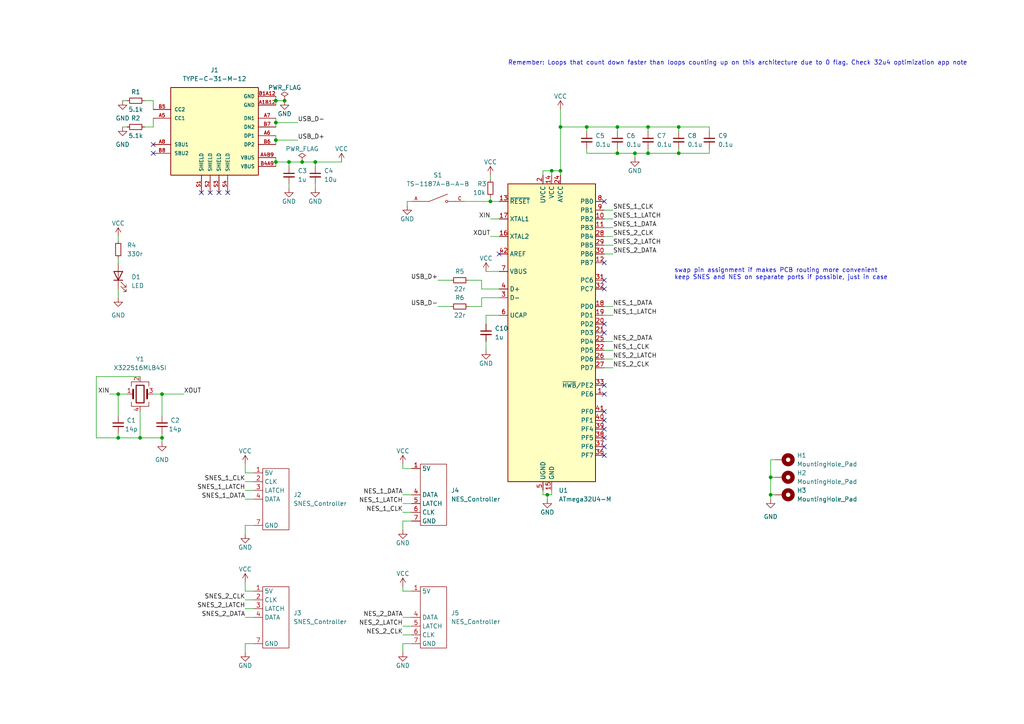
<source format=kicad_sch>
(kicad_sch (version 20211123) (generator eeschema)
  (paper "A4")
  (lib_symbols
    (symbol "Bushwhacker:SNES_Controller"
      (property "Reference" "J" (at 1.27 -12.7 0))
      (property "Value" "SNES_Controller" (at 1.27 8.89 0))
      (symbol "SNES_Controller_0_1"
        (rectangle (start 0 6.35) (end 7.62 -11.43))
      )
      (symbol "SNES_Controller_1_1"
        (pin input line (at -2.54 5.08 0) (length 2.54) (name "5V") (number "1"))
        (pin input line (at -2.54 2.54 0) (length 2.54) (name "CLK") (number "2"))
        (pin input line (at -2.54 0 0) (length 2.54) (name "LATCH") (number "3"))
        (pin input line (at -2.54 -2.54 0) (length 2.54) (name "DATA") (number "4"))
        (pin no_connect line (at -2.54 -5.08 0) (length 2.54) hide (name "NC") (number "5"))
        (pin no_connect line (at -2.54 -7.62 0) (length 2.54) hide (name "NC") (number "6"))
        (pin input line (at -2.54 -10.16 0) (length 2.54) (name "GND") (number "7"))
      )
    )
    (symbol "Device:C_Small" (pin_numbers hide) (pin_names (offset 0.254) hide)
      (property "Reference" "C" (at 0.254 1.778 0))
      (property "Value" "C_Small" (at 0.254 -2.032 0))
      (symbol "C_Small_0_1"
        (polyline (pts (xy -1.524 -0.508) (xy 1.524 -0.508)) (stroke (width 0.3302)))
        (polyline (pts (xy -1.524 0.508) (xy 1.524 0.508)) (stroke (width 0.3048)))
      )
      (symbol "C_Small_1_1"
        (pin passive line (at 0 2.54 270) (length 2.032) (name "~") (number "1"))
        (pin passive line (at 0 -2.54 90) (length 2.032) (name "~") (number "2"))
      )
    )
    (symbol "Device:Crystal_GND24" (pin_names (offset 1.016) hide)
      (property "Reference" "Y" (at 3.175 5.08 0))
      (property "Value" "Crystal_GND24" (at 3.175 3.175 0))
      (symbol "Crystal_GND24_0_1"
        (rectangle (start -1.143 2.54) (end 1.143 -2.54) (stroke (width 0.3048)))
        (polyline (pts (xy -2.54 0) (xy -2.032 0)))
        (polyline (pts (xy -2.032 -1.27) (xy -2.032 1.27)) (stroke (width 0.508)))
        (polyline (pts (xy 0 -3.81) (xy 0 -3.556)))
        (polyline (pts (xy 0 3.556) (xy 0 3.81)))
        (polyline (pts (xy 2.032 -1.27) (xy 2.032 1.27)) (stroke (width 0.508)))
        (polyline (pts (xy 2.032 0) (xy 2.54 0)))
        (polyline (pts (xy -2.54 -2.286) (xy -2.54 -3.556) (xy 2.54 -3.556) (xy 2.54 -2.286)))
        (polyline (pts (xy -2.54 2.286) (xy -2.54 3.556) (xy 2.54 3.556) (xy 2.54 2.286)))
      )
      (symbol "Crystal_GND24_1_1"
        (pin passive line (at -3.81 0 0) (length 1.27) (name "1") (number "1"))
        (pin passive line (at 0 5.08 270) (length 1.27) (name "2") (number "2"))
        (pin passive line (at 3.81 0 180) (length 1.27) (name "3") (number "3"))
        (pin passive line (at 0 -5.08 90) (length 1.27) (name "4") (number "4"))
      )
    )
    (symbol "Device:LED" (pin_numbers hide) (pin_names (offset 1.016) hide)
      (property "Reference" "D" (at 0 2.54 0))
      (property "Value" "LED" (at 0 -2.54 0))
      (symbol "LED_0_1"
        (polyline (pts (xy -1.27 -1.27) (xy -1.27 1.27)) (stroke (width 0.254)))
        (polyline (pts (xy -1.27 0) (xy 1.27 0)))
        (polyline (pts (xy 1.27 -1.27) (xy 1.27 1.27) (xy -1.27 0) (xy 1.27 -1.27)) (stroke (width 0.254)))
        (polyline (pts (xy -3.048 -0.762) (xy -4.572 -2.286) (xy -3.81 -2.286) (xy -4.572 -2.286) (xy -4.572 -1.524)))
        (polyline (pts (xy -1.778 -0.762) (xy -3.302 -2.286) (xy -2.54 -2.286) (xy -3.302 -2.286) (xy -3.302 -1.524)))
      )
      (symbol "LED_1_1"
        (pin passive line (at -3.81 0 0) (length 2.54) (name "K") (number "1"))
        (pin passive line (at 3.81 0 180) (length 2.54) (name "A") (number "2"))
      )
    )
    (symbol "Device:R_Small" (pin_numbers hide) (pin_names (offset 0.254) hide)
      (property "Reference" "R" (at 0.762 0.508 0))
      (property "Value" "R_Small" (at 0.762 -1.016 0))
      (symbol "R_Small_0_1"
        (rectangle (start -0.762 1.778) (end 0.762 -1.778) (stroke (width 0.2032)))
      )
      (symbol "R_Small_1_1"
        (pin passive line (at 0 2.54 270) (length 0.762) (name "~") (number "1"))
        (pin passive line (at 0 -2.54 90) (length 0.762) (name "~") (number "2"))
      )
    )
    (symbol "MCU_Microchip_ATmega:ATmega32U4-M"
      (property "Reference" "U" (at -12.7 44.45 0))
      (property "Value" "ATmega32U4-M" (at 2.54 -44.45 0))
      (symbol "ATmega32U4-M_0_1"
        (rectangle (start -12.7 -43.18) (end 12.7 43.18) (stroke (width 0.254)) (fill (type background)))
      )
      (symbol "ATmega32U4-M_1_1"
        (pin bidirectional line (at 15.24 -17.78 180) (length 2.54) (name "PE6") (number "1"))
        (pin bidirectional line (at 15.24 33.02 180) (length 2.54) (name "PB2") (number "10"))
        (pin bidirectional line (at 15.24 30.48 180) (length 2.54) (name "PB3") (number "11"))
        (pin bidirectional line (at 15.24 20.32 180) (length 2.54) (name "PB7") (number "12"))
        (pin input line (at -15.24 38.1 0) (length 2.54) (name "~{RESET}") (number "13"))
        (pin power_in line (at 0 45.72 270) (length 2.54) (name "VCC") (number "14"))
        (pin power_in line (at 0 -45.72 90) (length 2.54) (name "GND") (number "15"))
        (pin output line (at -15.24 27.94 0) (length 2.54) (name "XTAL2") (number "16"))
        (pin input line (at -15.24 33.02 0) (length 2.54) (name "XTAL1") (number "17"))
        (pin bidirectional line (at 15.24 7.62 180) (length 2.54) (name "PD0") (number "18"))
        (pin bidirectional line (at 15.24 5.08 180) (length 2.54) (name "PD1") (number "19"))
        (pin power_in line (at -2.54 45.72 270) (length 2.54) (name "UVCC") (number "2"))
        (pin bidirectional line (at 15.24 2.54 180) (length 2.54) (name "PD2") (number "20"))
        (pin bidirectional line (at 15.24 0 180) (length 2.54) (name "PD3") (number "21"))
        (pin bidirectional line (at 15.24 -5.08 180) (length 2.54) (name "PD5") (number "22"))
        (pin passive line (at 0 -45.72 90) (length 2.54) hide (name "GND") (number "23"))
        (pin power_in line (at 2.54 45.72 270) (length 2.54) (name "AVCC") (number "24"))
        (pin bidirectional line (at 15.24 -2.54 180) (length 2.54) (name "PD4") (number "25"))
        (pin bidirectional line (at 15.24 -7.62 180) (length 2.54) (name "PD6") (number "26"))
        (pin bidirectional line (at 15.24 -10.16 180) (length 2.54) (name "PD7") (number "27"))
        (pin bidirectional line (at 15.24 27.94 180) (length 2.54) (name "PB4") (number "28"))
        (pin bidirectional line (at 15.24 25.4 180) (length 2.54) (name "PB5") (number "29"))
        (pin bidirectional line (at -15.24 10.16 0) (length 2.54) (name "D-") (number "3"))
        (pin bidirectional line (at 15.24 22.86 180) (length 2.54) (name "PB6") (number "30"))
        (pin bidirectional line (at 15.24 15.24 180) (length 2.54) (name "PC6") (number "31"))
        (pin bidirectional line (at 15.24 12.7 180) (length 2.54) (name "PC7") (number "32"))
        (pin bidirectional line (at 15.24 -15.24 180) (length 2.54) (name "~{HWB}/PE2") (number "33"))
        (pin passive line (at 0 45.72 270) (length 2.54) hide (name "VCC") (number "34"))
        (pin passive line (at 0 -45.72 90) (length 2.54) hide (name "GND") (number "35"))
        (pin bidirectional line (at 15.24 -35.56 180) (length 2.54) (name "PF7") (number "36"))
        (pin bidirectional line (at 15.24 -33.02 180) (length 2.54) (name "PF6") (number "37"))
        (pin bidirectional line (at 15.24 -30.48 180) (length 2.54) (name "PF5") (number "38"))
        (pin bidirectional line (at 15.24 -27.94 180) (length 2.54) (name "PF4") (number "39"))
        (pin bidirectional line (at -15.24 12.7 0) (length 2.54) (name "D+") (number "4"))
        (pin bidirectional line (at 15.24 -25.4 180) (length 2.54) (name "PF1") (number "40"))
        (pin bidirectional line (at 15.24 -22.86 180) (length 2.54) (name "PF0") (number "41"))
        (pin passive line (at -15.24 22.86 0) (length 2.54) (name "AREF") (number "42"))
        (pin passive line (at 0 -45.72 90) (length 2.54) hide (name "GND") (number "43"))
        (pin passive line (at 2.54 45.72 270) (length 2.54) hide (name "AVCC") (number "44"))
        (pin passive line (at 0 -45.72 90) (length 2.54) hide (name "GND") (number "45"))
        (pin passive line (at -2.54 -45.72 90) (length 2.54) (name "UGND") (number "5"))
        (pin passive line (at -15.24 5.08 0) (length 2.54) (name "UCAP") (number "6"))
        (pin input line (at -15.24 17.78 0) (length 2.54) (name "VBUS") (number "7"))
        (pin bidirectional line (at 15.24 38.1 180) (length 2.54) (name "PB0") (number "8"))
        (pin bidirectional line (at 15.24 35.56 180) (length 2.54) (name "PB1") (number "9"))
      )
    )
    (symbol "Mechanical:MountingHole_Pad" (pin_numbers hide) (pin_names (offset 1.016) hide)
      (property "Reference" "H" (at 0 6.35 0))
      (property "Value" "MountingHole_Pad" (at 0 4.445 0))
      (symbol "MountingHole_Pad_0_1"
        (circle (center 0 1.27) (radius 1.27) (stroke (width 1.27)))
      )
      (symbol "MountingHole_Pad_1_1"
        (pin input line (at 0 -2.54 90) (length 2.54) (name "1") (number "1"))
      )
    )
    (symbol "NES_Controller_1"
      (property "Reference" "J" (at 0 -12.7 0))
      (property "Value" "NES_Controller_1" (at 0 8.89 0))
      (symbol "NES_Controller_1_0_1"
        (rectangle (start -1.27 6.35) (end 6.35 -11.43))
      )
      (symbol "NES_Controller_1_1_1"
        (pin power_in line (at -3.81 5.08 0) (length 2.54) (name "5V") (number "1"))
        (pin no_connect line (at -3.81 2.54 0) (length 2.54) hide (name "NC") (number "2"))
        (pin no_connect line (at -3.81 0 0) (length 2.54) hide (name "NC") (number "3"))
        (pin input line (at -3.81 -2.54 0) (length 2.54) (name "DATA") (number "4"))
        (pin input line (at -3.81 -5.08 0) (length 2.54) (name "LATCH") (number "5"))
        (pin input line (at -3.81 -7.62 0) (length 2.54) (name "CLK") (number "6"))
        (pin power_in line (at -3.81 -10.16 0) (length 2.54) (name "GND") (number "7"))
      )
    )
    (symbol "TS-1187A-B-A-B:TS-1187A-B-A-B" (pin_names (offset 1.016) hide)
      (property "Reference" "S" (at -2.54 2.54 0))
      (property "Value" "TS-1187A-B-A-B" (at -2.54 -2.54 0))
      (symbol "TS-1187A-B-A-B_0_0"
        (polyline (pts (xy -2.54 0) (xy -5.08 0)) (stroke (width 0.1524)))
        (polyline (pts (xy -2.54 0) (xy 2.794 2.1336)) (stroke (width 0.1524)))
        (polyline (pts (xy 5.08 0) (xy 2.921 0)) (stroke (width 0.1524)))
        (circle (center 2.54 0) (radius 0.3302) (stroke (width 0.1524)))
        (pin passive line (at -7.62 0 0) (length 2.54) (name "~") (number "A"))
        (pin passive line (at -7.62 0 0) (length 2.54) hide (name "~") (number "B"))
        (pin passive line (at 7.62 0 180) (length 2.54) (name "~") (number "C"))
        (pin passive line (at 7.62 0 180) (length 2.54) hide (name "~") (number "D"))
      )
    )
    (symbol "TYPE-C-31-M-12:TYPE-C-31-M-12" (pin_names (offset 1.016))
      (property "Reference" "J" (at -12.7 12.7 0))
      (property "Value" "TYPE-C-31-M-12" (at -8.89 12.7 0))
      (symbol "TYPE-C-31-M-12_0_0"
        (rectangle (start -12.7 -12.7) (end 12.7 12.7) (stroke (width 0.254)) (fill (type background)))
        (pin power_in line (at 17.78 7.62 180) (length 5.08) (name "GND") (number "A1B12"))
        (pin power_in line (at 17.78 -7.62 180) (length 5.08) (name "VBUS") (number "A4B9"))
        (pin bidirectional line (at -17.78 3.81 0) (length 5.08) (name "CC1") (number "A5"))
        (pin bidirectional line (at 17.78 -1.27 180) (length 5.08) (name "DP1") (number "A6"))
        (pin bidirectional line (at 17.78 3.81 180) (length 5.08) (name "DN1") (number "A7"))
        (pin bidirectional line (at -17.78 -3.81 0) (length 5.08) (name "SBU1") (number "A8"))
        (pin power_in line (at 17.78 10.16 180) (length 5.08) (name "GND") (number "B1A12"))
        (pin power_in line (at 17.78 -10.16 180) (length 5.08) (name "VBUS") (number "B4A9"))
        (pin bidirectional line (at -17.78 6.35 0) (length 5.08) (name "CC2") (number "B5"))
        (pin bidirectional line (at 17.78 -3.81 180) (length 5.08) (name "DP2") (number "B6"))
        (pin bidirectional line (at 17.78 1.27 180) (length 5.08) (name "DN2") (number "B7"))
        (pin bidirectional line (at -17.78 -6.35 0) (length 5.08) (name "SBU2") (number "B8"))
        (pin passive line (at -3.81 -17.78 90) (length 5.08) (name "SHIELD") (number "S1"))
        (pin passive line (at -1.27 -17.78 90) (length 5.08) (name "SHIELD") (number "S2"))
        (pin passive line (at 1.27 -17.78 90) (length 5.08) (name "SHIELD") (number "S3"))
        (pin passive line (at 3.81 -17.78 90) (length 5.08) (name "SHIELD") (number "S4"))
      )
    )
    (symbol "power:GND" (power) (pin_names (offset 0))
      (property "Value" "GND" (at 0 -3.81 0))
      (symbol "GND_0_1"
        (polyline (pts (xy 0 0) (xy 0 -1.27) (xy 1.27 -1.27) (xy 0 -2.54) (xy -1.27 -1.27) (xy 0 -1.27)))
      )
      (symbol "GND_1_1"
        (pin power_in line (at 0 0 270) (length 0) hide (name "GND") (number "1"))
      )
    )
    (symbol "power:PWR_FLAG" (power) (pin_numbers hide) (pin_names (offset 0) hide)
      (property "Value" "PWR_FLAG" (at 0 3.81 0))
      (symbol "PWR_FLAG_0_0"
        (pin power_out line (at 0 0 90) (length 0) (name "pwr") (number "1"))
      )
      (symbol "PWR_FLAG_0_1"
        (polyline (pts (xy 0 0) (xy 0 1.27) (xy -1.016 1.905) (xy 0 2.54) (xy 1.016 1.905) (xy 0 1.27)))
      )
    )
    (symbol "power:VCC" (power) (pin_names (offset 0))
      (property "Value" "VCC" (at 0 3.81 0))
      (symbol "VCC_0_1"
        (polyline (pts (xy -0.762 1.27) (xy 0 2.54)))
        (polyline (pts (xy 0 0) (xy 0 2.54)))
        (polyline (pts (xy 0 2.54) (xy 0.762 1.27)))
      )
      (symbol "VCC_1_1"
        (pin power_in line (at 0 0 90) (length 0) hide (name "VCC") (number "1"))
      )
    )
  )
  (junction (at 142.24 58.42))
  (junction (at 82.55 29.21))
  (junction (at 187.96 44.45))
  (junction (at 223.52 138.43))
  (junction (at 160.02 49.53))
  (junction (at 223.52 143.51))
  (junction (at 162.56 49.53))
  (junction (at 91.44 46.99))
  (junction (at 80.01 35.56))
  (junction (at 162.56 36.83))
  (junction (at 184.15 44.45))
  (junction (at 80.01 46.99))
  (junction (at 187.96 36.83))
  (junction (at 196.85 44.45))
  (junction (at 179.07 36.83))
  (junction (at 34.29 114.3))
  (junction (at 170.18 36.83))
  (junction (at 80.01 29.21))
  (junction (at 46.99 114.3))
  (junction (at 34.29 127))
  (junction (at 80.01 40.64))
  (junction (at 40.64 127))
  (junction (at 179.07 44.45))
  (junction (at 83.82 46.99))
  (junction (at 46.99 127))
  (junction (at 87.63 46.99))
  (junction (at 196.85 36.83))
  (junction (at 158.75 143.51))
  (no_connect (at 175.26 121.92))
  (no_connect (at 175.26 58.42))
  (no_connect (at 175.26 81.28))
  (no_connect (at 66.04 55.88))
  (no_connect (at 175.26 83.82))
  (no_connect (at 58.42 55.88))
  (no_connect (at 175.26 124.46))
  (no_connect (at 44.45 41.91))
  (no_connect (at 44.45 44.45))
  (no_connect (at 63.5 55.88))
  (no_connect (at 175.26 111.76))
  (no_connect (at 175.26 93.98))
  (no_connect (at 175.26 127))
  (no_connect (at 175.26 114.3))
  (no_connect (at 175.26 132.08))
  (no_connect (at 60.96 55.88))
  (no_connect (at 175.26 119.38))
  (no_connect (at 144.78 73.66))
  (no_connect (at 175.26 96.52))
  (no_connect (at 175.26 76.2))
  (no_connect (at 175.26 129.54))
  (wire (pts (xy 91.44 46.99) (xy 91.44 48.26)))
  (wire (pts (xy 116.84 171.45) (xy 119.38 171.45)))
  (wire (pts (xy 40.64 119.38) (xy 40.64 127)))
  (wire (pts (xy 34.29 114.3) (xy 34.29 120.65)))
  (wire (pts (xy 46.99 127) (xy 46.99 128.27)))
  (wire (pts (xy 34.29 74.93) (xy 34.29 76.2)))
  (wire (pts (xy 46.99 114.3) (xy 46.99 120.65)))
  (wire (pts (xy 179.07 36.83) (xy 187.96 36.83)))
  (wire (pts (xy 170.18 43.18) (xy 170.18 44.45)))
  (wire (pts (xy 175.26 99.06) (xy 177.8 99.06)))
  (wire (pts (xy 170.18 38.1) (xy 170.18 36.83)))
  (wire (pts (xy 71.12 152.4) (xy 71.12 154.94)))
  (wire (pts (xy 170.18 36.83) (xy 179.07 36.83)))
  (wire (pts (xy 142.24 50.8) (xy 142.24 52.07)))
  (wire (pts (xy 35.56 36.83) (xy 36.83 36.83)))
  (wire (pts (xy 40.64 109.22) (xy 27.94 109.22)))
  (wire (pts (xy 175.26 68.58) (xy 177.8 68.58)))
  (wire (pts (xy 223.52 133.35) (xy 223.52 138.43)))
  (wire (pts (xy 71.12 134.62) (xy 71.12 137.16)))
  (wire (pts (xy 175.26 101.6) (xy 177.8 101.6)))
  (wire (pts (xy 116.84 146.05) (xy 119.38 146.05)))
  (wire (pts (xy 223.52 143.51) (xy 224.79 143.51)))
  (wire (pts (xy 184.15 44.45) (xy 184.15 45.72)))
  (wire (pts (xy 140.97 93.98) (xy 140.97 91.44)))
  (wire (pts (xy 34.29 127) (xy 40.64 127)))
  (wire (pts (xy 34.29 83.82) (xy 34.29 86.36)))
  (wire (pts (xy 179.07 44.45) (xy 184.15 44.45)))
  (wire (pts (xy 80.01 40.64) (xy 86.36 40.64)))
  (wire (pts (xy 175.26 91.44) (xy 177.8 91.44)))
  (wire (pts (xy 118.11 58.42) (xy 119.38 58.42)))
  (wire (pts (xy 116.84 135.89) (xy 119.38 135.89)))
  (wire (pts (xy 73.66 152.4) (xy 71.12 152.4)))
  (wire (pts (xy 187.96 44.45) (xy 187.96 43.18)))
  (wire (pts (xy 116.84 151.13) (xy 119.38 151.13)))
  (wire (pts (xy 80.01 27.94) (xy 80.01 29.21)))
  (wire (pts (xy 73.66 186.69) (xy 71.12 186.69)))
  (wire (pts (xy 157.48 143.51) (xy 158.75 143.51)))
  (wire (pts (xy 127 88.9) (xy 130.81 88.9)))
  (wire (pts (xy 187.96 44.45) (xy 196.85 44.45)))
  (wire (pts (xy 162.56 31.75) (xy 162.56 36.83)))
  (wire (pts (xy 162.56 49.53) (xy 162.56 50.8)))
  (wire (pts (xy 71.12 186.69) (xy 71.12 189.23)))
  (wire (pts (xy 83.82 46.99) (xy 87.63 46.99)))
  (wire (pts (xy 140.97 91.44) (xy 144.78 91.44)))
  (wire (pts (xy 46.99 125.73) (xy 46.99 127)))
  (wire (pts (xy 160.02 49.53) (xy 157.48 49.53)))
  (wire (pts (xy 34.29 68.58) (xy 34.29 69.85)))
  (wire (pts (xy 71.12 176.53) (xy 73.66 176.53)))
  (wire (pts (xy 44.45 36.83) (xy 41.91 36.83)))
  (wire (pts (xy 175.26 60.96) (xy 177.8 60.96)))
  (wire (pts (xy 205.74 44.45) (xy 205.74 43.18)))
  (wire (pts (xy 196.85 43.18) (xy 196.85 44.45)))
  (wire (pts (xy 175.26 66.04) (xy 177.8 66.04)))
  (wire (pts (xy 71.12 173.99) (xy 73.66 173.99)))
  (wire (pts (xy 80.01 35.56) (xy 86.36 35.56)))
  (wire (pts (xy 196.85 36.83) (xy 205.74 36.83)))
  (wire (pts (xy 80.01 45.72) (xy 80.01 46.99)))
  (wire (pts (xy 80.01 34.29) (xy 80.01 35.56)))
  (wire (pts (xy 116.84 179.07) (xy 119.38 179.07)))
  (wire (pts (xy 179.07 38.1) (xy 179.07 36.83)))
  (wire (pts (xy 140.97 99.06) (xy 140.97 101.6)))
  (wire (pts (xy 80.01 35.56) (xy 80.01 36.83)))
  (wire (pts (xy 27.94 127) (xy 34.29 127)))
  (wire (pts (xy 140.97 78.74) (xy 144.78 78.74)))
  (wire (pts (xy 135.89 88.9) (xy 139.7 88.9)))
  (wire (pts (xy 142.24 63.5) (xy 144.78 63.5)))
  (wire (pts (xy 83.82 46.99) (xy 83.82 48.26)))
  (wire (pts (xy 184.15 44.45) (xy 187.96 44.45)))
  (wire (pts (xy 71.12 139.7) (xy 73.66 139.7)))
  (wire (pts (xy 162.56 36.83) (xy 170.18 36.83)))
  (wire (pts (xy 139.7 81.28) (xy 139.7 83.82)))
  (wire (pts (xy 139.7 81.28) (xy 135.89 81.28)))
  (wire (pts (xy 160.02 143.51) (xy 160.02 142.24)))
  (wire (pts (xy 35.56 29.21) (xy 36.83 29.21)))
  (wire (pts (xy 142.24 68.58) (xy 144.78 68.58)))
  (wire (pts (xy 116.84 170.18) (xy 116.84 171.45)))
  (wire (pts (xy 157.48 142.24) (xy 157.48 143.51)))
  (wire (pts (xy 80.01 46.99) (xy 83.82 46.99)))
  (wire (pts (xy 175.26 88.9) (xy 177.8 88.9)))
  (wire (pts (xy 134.62 58.42) (xy 142.24 58.42)))
  (wire (pts (xy 71.12 142.24) (xy 73.66 142.24)))
  (wire (pts (xy 127 81.28) (xy 130.81 81.28)))
  (wire (pts (xy 34.29 125.73) (xy 34.29 127)))
  (wire (pts (xy 116.84 186.69) (xy 116.84 189.23)))
  (wire (pts (xy 118.11 59.69) (xy 118.11 58.42)))
  (wire (pts (xy 175.26 106.68) (xy 177.8 106.68)))
  (wire (pts (xy 116.84 181.61) (xy 119.38 181.61)))
  (wire (pts (xy 116.84 148.59) (xy 119.38 148.59)))
  (wire (pts (xy 80.01 29.21) (xy 82.55 29.21)))
  (wire (pts (xy 34.29 114.3) (xy 36.83 114.3)))
  (wire (pts (xy 87.63 46.99) (xy 91.44 46.99)))
  (wire (pts (xy 223.52 138.43) (xy 224.79 138.43)))
  (wire (pts (xy 71.12 168.91) (xy 71.12 171.45)))
  (wire (pts (xy 223.52 138.43) (xy 223.52 143.51)))
  (wire (pts (xy 44.45 34.29) (xy 44.45 36.83)))
  (wire (pts (xy 71.12 179.07) (xy 73.66 179.07)))
  (wire (pts (xy 196.85 36.83) (xy 196.85 38.1)))
  (wire (pts (xy 139.7 83.82) (xy 144.78 83.82)))
  (wire (pts (xy 46.99 114.3) (xy 53.34 114.3)))
  (wire (pts (xy 162.56 36.83) (xy 162.56 49.53)))
  (wire (pts (xy 160.02 49.53) (xy 160.02 50.8)))
  (wire (pts (xy 175.26 73.66) (xy 177.8 73.66)))
  (wire (pts (xy 157.48 49.53) (xy 157.48 50.8)))
  (wire (pts (xy 116.84 184.15) (xy 119.38 184.15)))
  (wire (pts (xy 170.18 44.45) (xy 179.07 44.45)))
  (wire (pts (xy 205.74 36.83) (xy 205.74 38.1)))
  (wire (pts (xy 139.7 86.36) (xy 144.78 86.36)))
  (wire (pts (xy 179.07 43.18) (xy 179.07 44.45)))
  (wire (pts (xy 80.01 29.21) (xy 80.01 30.48)))
  (wire (pts (xy 80.01 46.99) (xy 80.01 48.26)))
  (wire (pts (xy 187.96 36.83) (xy 196.85 36.83)))
  (wire (pts (xy 44.45 114.3) (xy 46.99 114.3)))
  (wire (pts (xy 187.96 36.83) (xy 187.96 38.1)))
  (wire (pts (xy 80.01 39.37) (xy 80.01 40.64)))
  (wire (pts (xy 142.24 57.15) (xy 142.24 58.42)))
  (wire (pts (xy 116.84 186.69) (xy 119.38 186.69)))
  (wire (pts (xy 116.84 151.13) (xy 116.84 153.67)))
  (wire (pts (xy 91.44 53.34) (xy 91.44 54.61)))
  (wire (pts (xy 40.64 127) (xy 46.99 127)))
  (wire (pts (xy 196.85 44.45) (xy 205.74 44.45)))
  (wire (pts (xy 142.24 58.42) (xy 144.78 58.42)))
  (wire (pts (xy 162.56 49.53) (xy 160.02 49.53)))
  (wire (pts (xy 158.75 143.51) (xy 158.75 144.78)))
  (wire (pts (xy 44.45 29.21) (xy 44.45 31.75)))
  (wire (pts (xy 175.26 104.14) (xy 177.8 104.14)))
  (wire (pts (xy 41.91 29.21) (xy 44.45 29.21)))
  (wire (pts (xy 71.12 171.45) (xy 73.66 171.45)))
  (wire (pts (xy 91.44 46.99) (xy 99.06 46.99)))
  (wire (pts (xy 71.12 144.78) (xy 73.66 144.78)))
  (wire (pts (xy 158.75 143.51) (xy 160.02 143.51)))
  (wire (pts (xy 116.84 143.51) (xy 119.38 143.51)))
  (wire (pts (xy 80.01 40.64) (xy 80.01 41.91)))
  (wire (pts (xy 175.26 71.12) (xy 177.8 71.12)))
  (wire (pts (xy 223.52 143.51) (xy 223.52 144.78)))
  (wire (pts (xy 27.94 109.22) (xy 27.94 127)))
  (wire (pts (xy 139.7 88.9) (xy 139.7 86.36)))
  (wire (pts (xy 71.12 137.16) (xy 73.66 137.16)))
  (wire (pts (xy 116.84 134.62) (xy 116.84 135.89)))
  (wire (pts (xy 175.26 63.5) (xy 177.8 63.5)))
  (wire (pts (xy 224.79 133.35) (xy 223.52 133.35)))
  (wire (pts (xy 31.75 114.3) (xy 34.29 114.3)))
  (wire (pts (xy 83.82 53.34) (xy 83.82 54.61)))
  (text "Remember: Loops that count down faster than loops counting up on this architecture due to 0 flag. Check 32u4 optimization app note" (at 147.32 19.05 0) (effects (font (size 1.27 1.27)) (justify left bottom)))
  (text "swap pin assignment if makes PCB routing more convenient\nkeep SNES and NES on separate ports if possible, just in case" (at 195.58 81.28 0) (effects (font (size 1.27 1.27)) (justify left bottom)))
  (label "SNES_2_LATCH" (at 177.8 71.12 0))
  (label "NES_2_LATCH" (at 116.84 181.61 180))
  (label "XIN" (at 31.75 114.3 180))
  (label "XOUT" (at 53.34 114.3 0))
  (label "USB_D+" (at 127 81.28 180))
  (label "NES_1_CLK" (at 116.84 148.59 180))
  (label "SNES_2_LATCH" (at 71.12 176.53 180))
  (label "NES_1_LATCH" (at 116.84 146.05 180))
  (label "XIN" (at 142.24 63.5 180))
  (label "NES_1_DATA" (at 116.84 143.51 180))
  (label "SNES_1_CLK" (at 71.12 139.7 180))
  (label "SNES_2_CLK" (at 71.12 173.99 180))
  (label "SNES_2_DATA" (at 177.8 73.66 0))
  (label "NES_1_DATA" (at 177.8 88.9 0))
  (label "SNES_1_LATCH" (at 177.8 63.5 0))
  (label "SNES_1_DATA" (at 177.8 66.04 0))
  (label "NES_1_CLK" (at 177.8 101.6 0))
  (label "NES_2_DATA" (at 116.84 179.07 180))
  (label "SNES_1_CLK" (at 177.8 60.96 0))
  (label "USB_D-" (at 86.36 35.56 0))
  (label "USB_D-" (at 127 88.9 180))
  (label "SNES_1_LATCH" (at 71.12 142.24 180))
  (label "SNES_1_DATA" (at 71.12 144.78 180))
  (label "NES_1_LATCH" (at 177.8 91.44 0))
  (label "USB_D+" (at 86.36 40.64 0))
  (label "XOUT" (at 142.24 68.58 180))
  (label "NES_2_CLK" (at 116.84 184.15 180))
  (label "NES_2_LATCH" (at 177.8 104.14 0))
  (label "SNES_2_CLK" (at 177.8 68.58 0))
  (label "NES_2_CLK" (at 177.8 106.68 0))
  (label "SNES_2_DATA" (at 71.12 179.07 180))
  (label "NES_2_DATA" (at 177.8 99.06 0))
  (symbol (lib_id "power:VCC") (at 116.84 134.62 0) (unit 1)
    (property "Reference" "#PWR0116" (effects hide))
    (property "Value" "VCC" (at 116.84 130.81 0))
  )
  (symbol (lib_id "power:GND") (at 140.97 101.6 0) (unit 1)
    (property "Reference" "#PWR0110" (effects hide))
    (property "Value" "GND" (at 140.97 105.41 0))
  )
  (symbol (lib_id "Device:R_Small") (at 142.24 54.61 0) (unit 1)
    (property "Reference" "R3" (at 138.43 53.34 0) (effects (justify left)))
    (property "Value" "10k" (at 137.16 55.88 0) (effects (justify left)))
    (property "Footprint" "Resistor_SMD:R_0402_1005Metric" (effects hide))
  )
  (symbol (lib_id "power:GND") (at 118.11 59.69 0) (unit 1)
    (property "Reference" "#PWR02" (effects hide))
    (property "Value" "GND" (at 118.11 63.5 0))
  )
  (symbol (lib_id "power:GND") (at 82.55 29.21 0) (unit 1)
    (property "Reference" "#PWR0101" (effects hide))
    (property "Value" "GND" (at 82.55 33.02 0))
  )
  (symbol (lib_id "power:VCC") (at 71.12 134.62 0) (unit 1)
    (property "Reference" "#PWR0114" (effects hide))
    (property "Value" "VCC" (at 71.12 130.81 0))
  )
  (symbol (lib_id "Device:R_Small") (at 39.37 29.21 90) (unit 1)
    (property "Reference" "R1" (at 39.37 26.67 90))
    (property "Value" "5.1k" (at 39.37 31.75 90))
    (property "Footprint" "Resistor_SMD:R_0402_1005Metric" (effects hide))
  )
  (symbol (lib_id "power:VCC") (at 34.29 68.58 0) (unit 1)
    (property "Reference" "#PWR0105" (effects hide))
    (property "Value" "VCC" (at 34.29 64.77 0))
  )
  (symbol (lib_id "Device:R_Small") (at 133.35 88.9 90) (unit 1)
    (property "Reference" "R6" (at 133.35 86.36 90))
    (property "Value" "22r" (at 133.35 91.44 90))
    (property "Footprint" "Resistor_SMD:R_0402_1005Metric" (effects hide))
  )
  (symbol (lib_id "Bushwhacker:SNES_Controller") (at 76.2 176.53 0) (unit 1)
    (property "Reference" "J3" (at 85.09 177.7999 0) (effects (justify left)))
    (property "Value" "SNES_Controller" (at 85.09 180.3399 0) (effects (justify left)))
    (property "Footprint" "local_footprints:GAMING_SNES" (effects hide))
  )
  (symbol (lib_id "power:VCC") (at 116.84 170.18 0) (unit 1)
    (property "Reference" "#PWR0117" (effects hide))
    (property "Value" "VCC" (at 116.84 166.37 0))
  )
  (symbol (lib_id "power:GND") (at 34.29 86.36 0) (unit 1)
    (property "Reference" "#PWR0104" (effects hide))
    (property "Value" "GND" (at 34.29 91.44 0))
  )
  (symbol (lib_id "power:GND") (at 35.56 36.83 0) (unit 1)
    (property "Reference" "#PWR0103" (effects hide))
    (property "Value" "GND" (at 35.56 41.91 0))
  )
  (symbol (lib_id "power:PWR_FLAG") (at 82.55 29.21 0) (unit 1)
    (property "Reference" "#FLG0101" (effects hide))
    (property "Value" "PWR_FLAG" (at 82.55 25.4 0))
  )
  (symbol (lib_id "power:VCC") (at 162.56 31.75 0) (unit 1)
    (property "Reference" "#PWR0108" (effects hide))
    (property "Value" "VCC" (at 162.56 27.94 0))
  )
  (symbol (lib_id "TS-1187A-B-A-B:TS-1187A-B-A-B") (at 127 58.42 0) (unit 1)
    (property "Reference" "S1" (at 127 50.8 0))
    (property "Value" "TS-1187A-B-A-B" (at 127 53.34 0))
    (property "Footprint" "footprints:SW_TS-1187A-B-A-B" (effects hide))
    (property "PARTREV" "A0" (effects hide))
    (property "STANDARD" "Manufacturer Recommendations" (effects hide))
    (property "MAXIMUM_PACKAGE_HEIGHT" "1.5mm" (effects hide))
    (property "MANUFACTURER" "XKB Industrial Precision" (effects hide))
  )
  (symbol (lib_id "Device:R_Small") (at 133.35 81.28 90) (unit 1)
    (property "Reference" "R5" (at 133.35 78.74 90))
    (property "Value" "22r" (at 133.35 83.82 90))
    (property "Footprint" "Resistor_SMD:R_0402_1005Metric" (effects hide))
  )
  (symbol (lib_name "NES_Controller_1") (lib_id "Bushwhacker:NES_Controller") (at 123.19 176.53 0) (unit 1)
    (property "Reference" "J5" (at 130.81 177.7999 0) (effects (justify left)))
    (property "Value" "NES_Controller" (at 130.81 180.3399 0) (effects (justify left)))
    (property "Footprint" "local_footprints:NES controller port" (effects hide))
  )
  (symbol (lib_id "power:VCC") (at 140.97 78.74 0) (unit 1)
    (property "Reference" "#PWR0122" (effects hide))
    (property "Value" "VCC" (at 140.97 74.93 0))
  )
  (symbol (lib_id "Device:LED") (at 34.29 80.01 90) (unit 1)
    (property "Reference" "D1" (at 38.1 80.3274 90) (effects (justify right)))
    (property "Value" "LED" (at 38.1 82.8674 90) (effects (justify right)))
    (property "Footprint" "LED_SMD:LED_0603_1608Metric" (effects hide))
  )
  (symbol (lib_name "NES_Controller_1") (lib_id "Bushwhacker:NES_Controller") (at 123.19 140.97 0) (unit 1)
    (property "Reference" "J4" (at 130.81 142.2399 0) (effects (justify left)))
    (property "Value" "NES_Controller" (at 130.81 144.7799 0) (effects (justify left)))
    (property "Footprint" "local_footprints:NES controller port" (effects hide))
  )
  (symbol (lib_id "Device:C_Small") (at 179.07 40.64 0) (unit 1)
    (property "Reference" "C6" (at 181.61 39.3762 0) (effects (justify left)))
    (property "Value" "0.1u" (at 181.61 41.9162 0) (effects (justify left)))
    (property "Footprint" "Capacitor_SMD:C_0402_1005Metric" (effects hide))
  )
  (symbol (lib_id "Mechanical:MountingHole_Pad") (at 227.33 143.51 270) (unit 1)
    (property "Reference" "H3" (at 231.14 142.2399 90) (effects (justify left)))
    (property "Value" "MountingHole_Pad" (at 231.14 144.7799 90) (effects (justify left)))
    (property "Footprint" "MountingHole:MountingHole_3.2mm_M3_DIN965_Pad" (effects hide))
  )
  (symbol (lib_id "TYPE-C-31-M-12:TYPE-C-31-M-12") (at 62.23 38.1 0) (unit 1)
    (property "Reference" "J1" (at 62.23 20.32 0))
    (property "Value" "TYPE-C-31-M-12" (at 62.23 22.86 0))
    (property "Footprint" "footprints:HRO_TYPE-C-31-M-12" (effects hide))
    (property "MANUFACTURER" "HRO Electronics" (effects hide))
    (property "MAXIMUM_PACKAGE_HEIGHT" "3.31mm" (effects hide))
    (property "STANDARD" "Manufacturer Recommendations" (effects hide))
    (property "PARTREV" "A" (effects hide))
  )
  (symbol (lib_id "Device:C_Small") (at 187.96 40.64 0) (unit 1)
    (property "Reference" "C7" (at 190.5 39.3762 0) (effects (justify left)))
    (property "Value" "0.1u" (at 190.5 41.9162 0) (effects (justify left)))
    (property "Footprint" "Capacitor_SMD:C_0402_1005Metric" (effects hide))
  )
  (symbol (lib_id "MCU_Microchip_ATmega:ATmega32U4-M") (at 160.02 96.52 0) (unit 1)
    (property "Reference" "U1" (at 162.0394 142.24 0) (effects (justify left)))
    (property "Value" "ATmega32U4-M" (at 162.0394 144.78 0) (effects (justify left)))
    (property "Footprint" "Package_DFN_QFN:QFN-44-1EP_7x7mm_P0.5mm_EP5.2x5.2mm" (effects hide))
    (property "Datasheet" "http://ww1.microchip.com/downloads/en/DeviceDoc/Atmel-7766-8-bit-AVR-ATmega16U4-32U4_Datasheet.pdf" (effects hide))
  )
  (symbol (lib_id "Device:C_Small") (at 34.29 123.19 180) (unit 1)
    (property "Reference" "C1" (at 38.1 121.92 0))
    (property "Value" "14p" (at 38.1 124.46 0))
    (property "Footprint" "Capacitor_SMD:C_0402_1005Metric" (effects hide))
  )
  (symbol (lib_id "Mechanical:MountingHole_Pad") (at 227.33 138.43 270) (unit 1)
    (property "Reference" "H2" (at 231.14 137.1599 90) (effects (justify left)))
    (property "Value" "MountingHole_Pad" (at 231.14 139.6999 90) (effects (justify left)))
    (property "Footprint" "MountingHole:MountingHole_3.2mm_M3_DIN965_Pad" (effects hide))
  )
  (symbol (lib_id "power:VCC") (at 99.06 46.99 0) (unit 1)
    (property "Reference" "#PWR0106" (effects hide))
    (property "Value" "VCC" (at 99.06 43.18 0))
  )
  (symbol (lib_id "Device:C_Small") (at 46.99 123.19 180) (unit 1)
    (property "Reference" "C2" (at 50.8 121.92 0))
    (property "Value" "14p" (at 50.8 124.46 0))
    (property "Footprint" "Capacitor_SMD:C_0402_1005Metric" (effects hide))
  )
  (symbol (lib_id "power:GND") (at 158.75 144.78 0) (unit 1)
    (property "Reference" "#PWR0111" (effects hide))
    (property "Value" "GND" (at 158.75 148.59 0))
  )
  (symbol (lib_id "Mechanical:MountingHole_Pad") (at 227.33 133.35 270) (unit 1)
    (property "Reference" "H1" (at 231.14 132.0799 90) (effects (justify left)))
    (property "Value" "MountingHole_Pad" (at 231.14 134.6199 90) (effects (justify left)))
    (property "Footprint" "MountingHole:MountingHole_3.2mm_M3_DIN965_Pad" (effects hide))
  )
  (symbol (lib_id "Device:C_Small") (at 170.18 40.64 0) (unit 1)
    (property "Reference" "C5" (at 172.72 39.3762 0) (effects (justify left)))
    (property "Value" "0.1u" (at 172.72 41.9162 0) (effects (justify left)))
    (property "Footprint" "Capacitor_SMD:C_0402_1005Metric" (effects hide))
  )
  (symbol (lib_id "Device:C_Small") (at 91.44 50.8 0) (unit 1)
    (property "Reference" "C4" (at 93.98 49.5362 0) (effects (justify left)))
    (property "Value" "10u" (at 93.98 52.0762 0) (effects (justify left)))
    (property "Footprint" "Capacitor_SMD:C_0805_2012Metric" (effects hide))
  )
  (symbol (lib_id "power:GND") (at 223.52 144.78 0) (unit 1)
    (property "Reference" "#PWR0123" (effects hide))
    (property "Value" "GND" (at 223.52 149.86 0))
  )
  (symbol (lib_id "Device:C_Small") (at 140.97 96.52 0) (unit 1)
    (property "Reference" "C10" (at 143.51 95.2562 0) (effects (justify left)))
    (property "Value" "1u" (at 143.51 97.7962 0) (effects (justify left)))
    (property "Footprint" "Capacitor_SMD:C_0402_1005Metric" (effects hide))
  )
  (symbol (lib_id "Device:Crystal_GND24") (at 40.64 114.3 0) (unit 1)
    (property "Reference" "Y1" (at 40.64 104.14 0))
    (property "Value" "X322516MLB4SI" (at 40.64 106.68 0))
    (property "Footprint" "Crystal:Crystal_SMD_3225-4Pin_3.2x2.5mm" (effects hide))
  )
  (symbol (lib_id "power:GND") (at 35.56 29.21 0) (unit 1)
    (property "Reference" "#PWR0102" (effects hide))
    (property "Value" "GND" (at 35.56 34.29 0))
  )
  (symbol (lib_id "power:GND") (at 91.44 54.61 0) (unit 1)
    (property "Reference" "#PWR01" (effects hide))
    (property "Value" "GND" (at 91.44 58.42 0))
  )
  (symbol (lib_id "power:GND") (at 116.84 153.67 0) (unit 1)
    (property "Reference" "#PWR0115" (effects hide))
    (property "Value" "GND" (at 116.84 157.48 0))
  )
  (symbol (lib_id "power:GND") (at 46.99 128.27 0) (unit 1)
    (property "Reference" "#PWR0113" (effects hide))
    (property "Value" "GND" (at 46.99 133.35 0))
  )
  (symbol (lib_id "Device:R_Small") (at 34.29 72.39 0) (unit 1)
    (property "Reference" "R4" (at 36.83 71.1199 0) (effects (justify left)))
    (property "Value" "330r" (at 36.83 73.6599 0) (effects (justify left)))
    (property "Footprint" "Resistor_SMD:R_0402_1005Metric" (effects hide))
  )
  (symbol (lib_id "power:GND") (at 184.15 45.72 0) (unit 1)
    (property "Reference" "#PWR0112" (effects hide))
    (property "Value" "GND" (at 184.15 49.53 0))
  )
  (symbol (lib_id "power:VCC") (at 142.24 50.8 0) (unit 1)
    (property "Reference" "#PWR0107" (effects hide))
    (property "Value" "VCC" (at 142.24 46.99 0))
  )
  (symbol (lib_id "power:GND") (at 71.12 154.94 0) (unit 1)
    (property "Reference" "#PWR0120" (effects hide))
    (property "Value" "GND" (at 71.12 158.75 0))
  )
  (symbol (lib_id "Device:C_Small") (at 196.85 40.64 0) (unit 1)
    (property "Reference" "C8" (at 199.39 39.3762 0) (effects (justify left)))
    (property "Value" "0.1u" (at 199.39 41.9162 0) (effects (justify left)))
    (property "Footprint" "Capacitor_SMD:C_0402_1005Metric" (effects hide))
  )
  (symbol (lib_id "power:GND") (at 71.12 189.23 0) (unit 1)
    (property "Reference" "#PWR0119" (effects hide))
    (property "Value" "GND" (at 71.12 193.04 0))
  )
  (symbol (lib_id "power:GND") (at 116.84 189.23 0) (unit 1)
    (property "Reference" "#PWR0118" (effects hide))
    (property "Value" "GND" (at 116.84 193.04 0))
  )
  (symbol (lib_id "Device:R_Small") (at 39.37 36.83 90) (unit 1)
    (property "Reference" "R2" (at 39.37 34.29 90))
    (property "Value" "5.1k" (at 39.37 39.37 90))
    (property "Footprint" "Resistor_SMD:R_0402_1005Metric" (effects hide))
  )
  (symbol (lib_id "Device:C_Small") (at 205.74 40.64 0) (unit 1)
    (property "Reference" "C9" (at 208.28 39.3762 0) (effects (justify left)))
    (property "Value" "0.1u" (at 208.28 41.9162 0) (effects (justify left)))
    (property "Footprint" "Capacitor_SMD:C_0402_1005Metric" (effects hide))
  )
  (symbol (lib_id "Device:C_Small") (at 83.82 50.8 0) (unit 1)
    (property "Reference" "C3" (at 86.36 49.5362 0) (effects (justify left)))
    (property "Value" "1u" (at 86.36 52.0762 0) (effects (justify left)))
    (property "Footprint" "Capacitor_SMD:C_0402_1005Metric" (effects hide))
  )
  (symbol (lib_id "power:GND") (at 83.82 54.61 0) (unit 1)
    (property "Reference" "#PWR0109" (effects hide))
    (property "Value" "GND" (at 83.82 58.42 0))
  )
  (symbol (lib_id "power:VCC") (at 71.12 168.91 0) (unit 1)
    (property "Reference" "#PWR0121" (effects hide))
    (property "Value" "VCC" (at 71.12 165.1 0))
  )
  (symbol (lib_id "power:PWR_FLAG") (at 87.63 46.99 0) (unit 1)
    (property "Reference" "#FLG0102" (effects hide))
    (property "Value" "PWR_FLAG" (at 87.63 43.18 0))
  )
  (symbol (lib_id "Bushwhacker:SNES_Controller") (at 76.2 142.24 0) (unit 1)
    (property "Reference" "J2" (at 85.09 143.5099 0) (effects (justify left)))
    (property "Value" "SNES_Controller" (at 85.09 146.0499 0) (effects (justify left)))
    (property "Footprint" "local_footprints:GAMING_SNES" (effects hide))
  )
)
</source>
